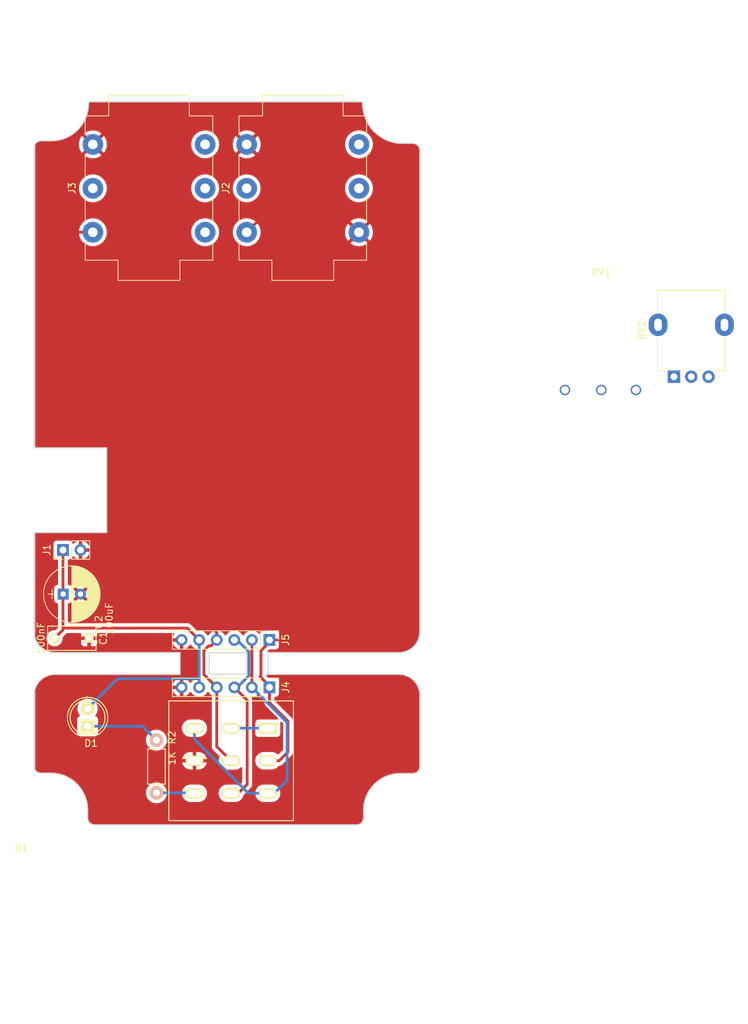
<source format=kicad_pcb>
(kicad_pcb (version 20221018) (generator pcbnew)
  (layers (0 "F.Cu" signal) (31 "B.Cu" signal) (34 "B.Paste" user) (35 "F.Paste" user) (36 "B.SilkS" user "B.Silkscreen") (37 "F.SilkS" user "F.Silkscreen") (38 "B.Mask" user) (39 "F.Mask" user) (44 "Edge.Cuts" user))
  (net 0 "")
  (net 1 "GND")
  (net 2 "+9V")
  (net 3 "Net-(D1-K)")
  (net 4 "O")
  (net 5 "I")
  (net 6 "Net-(SW1C-C)")
  (net 10 "Net-(SW1A-A)")
  (net 17 "EI")
  (net 21 "EO")
  (footprint "KiCad Lib:3PDT-Footswitch" (layer "F.Cu") (at 143.25 142.525 180)
    (fp_text reference "SW1" hide)
    (fp_text value "SW_3PDT" hide)
    (fp_line (start -9 -8.65) (end -9 8.65) (stroke (width 0.15)) (layer "F.SilkS"))
    (fp_line (start -9 -8.65) (end 9 -8.65) (stroke (width 0.15)) (layer "F.SilkS"))
    (fp_line (start 9 -8.65) (end 9 8.65) (stroke (width 0.15)) (layer "F.SilkS"))
    (fp_line (start 9 8.65) (end -8.9 8.65) (stroke (width 0.15)) (layer "F.SilkS"))
    (pad "1" thru_hole rect (at -5.3 4.7 180) (size 2.6 1.5) (drill oval 2.1 1) (layers "*.Cu" "*.Mask" "F.SilkS") (net 10 "Net-(SW1A-A)"))
    (pad "2" thru_hole oval (at 0 4.7 180) (size 2.6 1.5) (drill oval 2.1 1) (layers "*.Cu" "*.Mask" "F.SilkS") (net 10 "Net-(SW1A-A)"))
    (pad "3" thru_hole oval (at 5.3 4.7 180) (size 2.6 1.5) (drill oval 2.1 1) (layers "*.Cu" "*.Mask" "F.SilkS") (net 17 "EI"))
    (pad "4" thru_hole oval (at -5.3 0 180) (size 2.6 1.5) (drill oval 2.1 1) (layers "*.Cu" "*.Mask" "F.SilkS") (net 5 "I"))
    (pad "5" thru_hole oval (at 0 -0.025 180) (size 2.6 1.5) (drill oval 2.1 1) (layers "*.Cu" "*.Mask" "F.SilkS") (net 4 "O"))
    (pad "6" thru_hole oval (at 5.3 0 180) (size 2.6 1.5) (drill oval 2.1 1) (layers "*.Cu" "*.Mask" "F.SilkS") (net 1 "GND"))
    (pad "7" thru_hole oval (at -5.3 -4.7 180) (size 2.6 1.5) (drill oval 2.1 1) (layers "*.Cu" "*.Mask" "F.SilkS") (net 17 "EI"))
    (pad "8" thru_hole oval (at 0 -4.7 180) (size 2.6 1.5) (drill oval 2.1 1) (layers "*.Cu" "*.Mask" "F.SilkS") (net 21 "EO"))
    (pad "9" thru_hole oval (at 5.3 -4.7 180) (size 2.6 1.5) (drill oval 2.1 1) (layers "*.Cu" "*.Mask" "F.SilkS") (net 6 "Net-(SW1C-C)"))
  )
  (footprint "Connector_Audio:Jack_6.35mm_Neutrik_NMJ6HCD2_Horizontal" (layer "F.Cu") (at 123.26 66.15 90)
    (fp_text reference "J3" (at 6.35 -3 90) (layer "F.SilkS"))
    (fp_text value "NMJ6HCD2")
    (fp_line (start -6.95 3.645) (end -4.03 3.645) (stroke (width 0.12)) (layer "F.SilkS"))
    (fp_line (start -6.95 12.545) (end -6.95 3.645) (stroke (width 0.12)) (layer "F.SilkS"))
    (fp_line (start -6.95 12.585) (end -4.03 12.585) (stroke (width 0.12)) (layer "F.SilkS"))
    (fp_line (start -4.03 -1.105) (end -1.4 -1.105) (stroke (width 0.12)) (layer "F.SilkS"))
    (fp_line (start -4.03 3.645) (end -4.03 -1.105) (stroke (width 0.12)) (layer "F.SilkS"))
    (fp_line (start -4.03 17.335) (end -4.03 12.585) (stroke (width 0.12)) (layer "F.SilkS"))
    (fp_line (start -1.4 17.335) (end -4.03 17.335) (stroke (width 0.12)) (layer "F.SilkS"))
    (fp_line (start 1.4 -1.105) (end 5 -1.105) (stroke (width 0.12)) (layer "F.SilkS"))
    (fp_line (start 5 17.335) (end 1.4 17.335) (stroke (width 0.12)) (layer "F.SilkS"))
    (fp_line (start 7.7 -1.105) (end 11.3 -1.105) (stroke (width 0.12)) (layer "F.SilkS"))
    (fp_line (start 11.3 17.335) (end 7.7 17.335) (stroke (width 0.12)) (layer "F.SilkS"))
    (fp_line (start 16.82 -1.105) (end 14.1 -1.105) (stroke (width 0.12)) (layer "F.SilkS"))
    (fp_line (start 16.82 2.295) (end 16.82 -1.105) (stroke (width 0.12)) (layer "F.SilkS"))
    (fp_line (start 16.82 2.295) (end 19.82 2.295) (stroke (width 0.12)) (layer "F.SilkS"))
    (fp_line (start 16.82 13.935) (end 19.82 13.935) (stroke (width 0.12)) (layer "F.SilkS"))
    (fp_line (start 16.82 17.335) (end 14.1 17.335) (stroke (width 0.12)) (layer "F.SilkS"))
    (fp_line (start 16.82 17.335) (end 16.82 13.935) (stroke (width 0.12)) (layer "F.SilkS"))
    (fp_line (start 19.82 13.935) (end 19.82 2.295) (stroke (width 0.12)) (layer "F.SilkS"))
    (pad "R" thru_hole circle (at 6.35 0 90) (size 3 3) (drill 1.4) (layers "*.Cu" "*.Mask"))
    (pad "RN" thru_hole circle (at 6.35 16.23 90) (size 3 3) (drill 1.4) (layers "*.Cu" "*.Mask"))
    (pad "S" thru_hole circle (at 12.7 0 90) (size 3 3) (drill 1.4) (layers "*.Cu" "*.Mask") (net 1 "GND"))
    (pad "SN" thru_hole circle (at 12.7 16.23 90) (size 3 3) (drill 1.4) (layers "*.Cu" "*.Mask"))
    (pad "T" thru_hole circle (at 0 0 90) (size 3 3) (drill 1.4) (layers "*.Cu" "*.Mask") (net 4 "O"))
    (pad "TN" thru_hole circle (at 0 16.23 90) (size 3 3) (drill 1.4) (layers "*.Cu" "*.Mask"))
  )
  (footprint "Connector_PinHeader_2.54mm:PinHeader_1x02_P2.54mm_Vertical" (layer "F.Cu") (at 118.94 112.07 90)
    (fp_text reference "J1" (at 0 -2.33 90) (layer "F.SilkS"))
    (fp_text value "V+ GND")
    (fp_line (start -1.33 -1.33) (end 0 -1.33) (stroke (width 0.12)) (layer "F.SilkS"))
    (fp_line (start -1.33 0) (end -1.33 -1.33) (stroke (width 0.12)) (layer "F.SilkS"))
    (fp_line (start -1.33 1.27) (end -1.33 3.87) (stroke (width 0.12)) (layer "F.SilkS"))
    (fp_line (start -1.33 1.27) (end 1.33 1.27) (stroke (width 0.12)) (layer "F.SilkS"))
    (fp_line (start -1.33 3.87) (end 1.33 3.87) (stroke (width 0.12)) (layer "F.SilkS"))
    (fp_line (start 1.33 1.27) (end 1.33 3.87) (stroke (width 0.12)) (layer "F.SilkS"))
    (pad "1" thru_hole rect (at 0 0 90) (size 1.7 1.7) (drill 1) (layers "*.Cu" "*.Mask") (net 2 "+9V"))
    (pad "2" thru_hole oval (at 0 2.54 90) (size 1.7 1.7) (drill 1) (layers "*.Cu" "*.Mask") (net 1 "GND"))
  )
  (footprint "Capacitors_THT:CP_Radial_D8.0mm_P2.50mm" (layer "F.Cu") (at 118.97 118.44)
    (fp_text reference "C2" (at 5.15 4.05 90) (layer "F.SilkS"))
    (fp_text value "100uF" (at 6.65 3.55 90) (layer "F.SilkS"))
    (fp_line (start -2.2 0) (end -1 0) (stroke (width 0.12)) (layer "F.SilkS"))
    (fp_line (start -1.6 -0.65) (end -1.6 0.65) (stroke (width 0.12)) (layer "F.SilkS"))
    (fp_line (start 1.25 -4.05) (end 1.25 4.05) (stroke (width 0.12)) (layer "F.SilkS"))
    (fp_line (start 1.29 -4.05) (end 1.29 4.05) (stroke (width 0.12)) (layer "F.SilkS"))
    (fp_line (start 1.33 -4.05) (end 1.33 4.05) (stroke (width 0.12)) (layer "F.SilkS"))
    (fp_line (start 1.37 -4.049) (end 1.37 4.049) (stroke (width 0.12)) (layer "F.SilkS"))
    (fp_line (start 1.41 -4.047) (end 1.41 4.047) (stroke (width 0.12)) (layer "F.SilkS"))
    (fp_line (start 1.45 -4.046) (end 1.45 4.046) (stroke (width 0.12)) (layer "F.SilkS"))
    (fp_line (start 1.49 -4.043) (end 1.49 4.043) (stroke (width 0.12)) (layer "F.SilkS"))
    (fp_line (start 1.53 -4.041) (end 1.53 -0.98) (stroke (width 0.12)) (layer "F.SilkS"))
    (fp_line (start 1.53 0.98) (end 1.53 4.041) (stroke (width 0.12)) (layer "F.SilkS"))
    (fp_line (start 1.57 -4.038) (end 1.57 -0.98) (stroke (width 0.12)) (layer "F.SilkS"))
    (fp_line (start 1.57 0.98) (end 1.57 4.038) (stroke (width 0.12)) (layer "F.SilkS"))
    (fp_line (start 1.61 -4.035) (end 1.61 -0.98) (stroke (width 0.12)) (layer "F.SilkS"))
    (fp_line (start 1.61 0.98) (end 1.61 4.035) (stroke (width 0.12)) (layer "F.SilkS"))
    (fp_line (start 1.65 -4.031) (end 1.65 -0.98) (stroke (width 0.12)) (layer "F.SilkS"))
    (fp_line (start 1.65 0.98) (end 1.65 4.031) (stroke (width 0.12)) (layer "F.SilkS"))
    (fp_line (start 1.69 -4.027) (end 1.69 -0.98) (stroke (width 0.12)) (layer "F.SilkS"))
    (fp_line (start 1.69 0.98) (end 1.69 4.027) (stroke (width 0.12)) (layer "F.SilkS"))
    (fp_line (start 1.73 -4.022) (end 1.73 -0.98) (stroke (width 0.12)) (layer "F.SilkS"))
    (fp_line (start 1.73 0.98) (end 1.73 4.022) (stroke (width 0.12)) (layer "F.SilkS"))
    (fp_line (start 1.77 -4.017) (end 1.77 -0.98) (stroke (width 0.12)) (layer "F.SilkS"))
    (fp_line (start 1.77 0.98) (end 1.77 4.017) (stroke (width 0.12)) (layer "F.SilkS"))
    (fp_line (start 1.81 -4.012) (end 1.81 -0.98) (stroke (width 0.12)) (layer "F.SilkS"))
    (fp_line (start 1.81 0.98) (end 1.81 4.012) (stroke (width 0.12)) (layer "F.SilkS"))
    (fp_line (start 1.85 -4.006) (end 1.85 -0.98) (stroke (width 0.12)) (layer "F.SilkS"))
    (fp_line (start 1.85 0.98) (end 1.85 4.006) (stroke (width 0.12)) (layer "F.SilkS"))
    (fp_line (start 1.89 -4) (end 1.89 -0.98) (stroke (width 0.12)) (layer "F.SilkS"))
    (fp_line (start 1.89 0.98) (end 1.89 4) (stroke (width 0.12)) (layer "F.SilkS"))
    (fp_line (start 1.93 -3.994) (end 1.93 -0.98) (stroke (width 0.12)) (layer "F.SilkS"))
    (fp_line (start 1.93 0.98) (end 1.93 3.994) (stroke (width 0.12)) (layer "F.SilkS"))
    (fp_line (start 1.971 -3.987) (end 1.971 -0.98) (stroke (width 0.12)) (layer "F.SilkS"))
    (fp_line (start 1.971 0.98) (end 1.971 3.987) (stroke (width 0.12)) (layer "F.SilkS"))
    (fp_line (start 2.011 -3.979) (end 2.011 -0.98) (stroke (width 0.12)) (layer "F.SilkS"))
    (fp_line (start 2.011 0.98) (end 2.011 3.979) (stroke (width 0.12)) (layer "F.SilkS"))
    (fp_line (start 2.051 -3.971) (end 2.051 -0.98) (stroke (width 0.12)) (layer "F.SilkS"))
    (fp_line (start 2.051 0.98) (end 2.051 3.971) (stroke (width 0.12)) (layer "F.SilkS"))
    (fp_line (start 2.091 -3.963) (end 2.091 -0.98) (stroke (width 0.12)) (layer "F.SilkS"))
    (fp_line (start 2.091 0.98) (end 2.091 3.963) (stroke (width 0.12)) (layer "F.SilkS"))
    (fp_line (start 2.131 -3.955) (end 2.131 -0.98) (stroke (width 0.12)) (layer "F.SilkS"))
    (fp_line (start 2.131 0.98) (end 2.131 3.955) (stroke (width 0.12)) (layer "F.SilkS"))
    (fp_line (start 2.171 -3.946) (end 2.171 -0.98) (stroke (width 0.12)) (layer "F.SilkS"))
    (fp_line (start 2.171 0.98) (end 2.171 3.946) (stroke (width 0.12)) (layer "F.SilkS"))
    (fp_line (start 2.211 -3.936) (end 2.211 -0.98) (stroke (width 0.12)) (layer "F.SilkS"))
    (fp_line (start 2.211 0.98) (end 2.211 3.936) (stroke (width 0.12)) (layer "F.SilkS"))
    (fp_line (start 2.251 -3.926) (end 2.251 -0.98) (stroke (width 0.12)) (layer "F.SilkS"))
    (fp_line (start 2.251 0.98) (end 2.251 3.926) (stroke (width 0.12)) (layer "F.SilkS"))
    (fp_line (start 2.291 -3.916) (end 2.291 -0.98) (stroke (width 0.12)) (layer "F.SilkS"))
    (fp_line (start 2.291 0.98) (end 2.291 3.916) (stroke (width 0.12)) (layer "F.SilkS"))
    (fp_line (start 2.331 -3.905) (end 2.331 -0.98) (stroke (width 0.12)) (layer "F.SilkS"))
    (fp_line (start 2.331 0.98) (end 2.331 3.905) (stroke (width 0.12)) (layer "F.SilkS"))
    (fp_line (start 2.371 -3.894) (end 2.371 -0.98) (stroke (width 0.12)) (layer "F.SilkS"))
    (fp_line (start 2.371 0.98) (end 2.371 3.894) (stroke (width 0.12)) (layer "F.SilkS"))
    (fp_line (start 2.411 -3.883) (end 2.411 -0.98) (stroke (width 0.12)) (layer "F.SilkS"))
    (fp_line (start 2.411 0.98) (end 2.411 3.883) (stroke (width 0.12)) (layer "F.SilkS"))
    (fp_line (start 2.451 -3.87) (end 2.451 -0.98) (stroke (width 0.12)) (layer "F.SilkS"))
    (fp_line (start 2.451 0.98) (end 2.451 3.87) (stroke (width 0.12)) (layer "F.SilkS"))
    (fp_line (start 2.491 -3.858) (end 2.491 -0.98) (stroke (width 0.12)) (layer "F.SilkS"))
    (fp_line (start 2.491 0.98) (end 2.491 3.858) (stroke (width 0.12)) (layer "F.SilkS"))
    (fp_line (start 2.531 -3.845) (end 2.531 -0.98) (stroke (width 0.12)) (layer "F.SilkS"))
    (fp_line (start 2.531 0.98) (end 2.531 3.845) (stroke (width 0.12)) (layer "F.SilkS"))
    (fp_line (start 2.571 -3.832) (end 2.571 -0.98) (stroke (width 0.12)) (layer "F.SilkS"))
    (fp_line (start 2.571 0.98) (end 2.571 3.832) (stroke (width 0.12)) (layer "F.SilkS"))
    (fp_line (start 2.611 -3.818) (end 2.611 -0.98) (stroke (width 0.12)) (layer "F.SilkS"))
    (fp_line (start 2.611 0.98) (end 2.611 3.818) (stroke (width 0.12)) (layer "F.SilkS"))
    (fp_line (start 2.651 -3.803) (end 2.651 -0.98) (stroke (width 0.12)) (layer "F.SilkS"))
    (fp_line (start 2.651 0.98) (end 2.651 3.803) (stroke (width 0.12)) (layer "F.SilkS"))
    (fp_line (start 2.691 -3.789) (end 2.691 -0.98) (stroke (width 0.12)) (layer "F.SilkS"))
    (fp_line (start 2.691 0.98) (end 2.691 3.789) (stroke (width 0.12)) (layer "F.SilkS"))
    (fp_line (start 2.731 -3.773) (end 2.731 -0.98) (stroke (width 0.12)) (layer "F.SilkS"))
    (fp_line (start 2.731 0.98) (end 2.731 3.773) (stroke (width 0.12)) (layer "F.SilkS"))
    (fp_line (start 2.771 -3.758) (end 2.771 -0.98) (stroke (width 0.12)) (layer "F.SilkS"))
    (fp_line (start 2.771 0.98) (end 2.771 3.758) (stroke (width 0.12)) (layer "F.SilkS"))
    (fp_line (start 2.811 -3.741) (end 2.811 -0.98) (stroke (width 0.12)) (layer "F.SilkS"))
    (fp_line (start 2.811 0.98) (end 2.811 3.741) (stroke (width 0.12)) (layer "F.SilkS"))
    (fp_line (start 2.851 -3.725) (end 2.851 -0.98) (stroke (width 0.12)) (layer "F.SilkS"))
    (fp_line (start 2.851 0.98) (end 2.851 3.725) (stroke (width 0.12)) (layer "F.SilkS"))
    (fp_line (start 2.891 -3.707) (end 2.891 -0.98) (stroke (width 0.12)) (layer "F.SilkS"))
    (fp_line (start 2.891 0.98) (end 2.891 3.707) (stroke (width 0.12)) (layer "F.SilkS"))
    (fp_line (start 2.931 -3.69) (end 2.931 -0.98) (stroke (width 0.12)) (layer "F.SilkS"))
    (fp_line (start 2.931 0.98) (end 2.931 3.69) (stroke (width 0.12)) (layer "F.SilkS"))
    (fp_line (start 2.971 -3.671) (end 2.971 -0.98) (stroke (width 0.12)) (layer "F.SilkS"))
    (fp_line (start 2.971 0.98) (end 2.971 3.671) (stroke (width 0.12)) (layer "F.SilkS"))
    (fp_line (start 3.011 -3.652) (end 3.011 -0.98) (stroke (width 0.12)) (layer "F.SilkS"))
    (fp_line (start 3.011 0.98) (end 3.011 3.652) (stroke (width 0.12)) (layer "F.SilkS"))
    (fp_line (start 3.051 -3.633) (end 3.051 -0.98) (stroke (width 0.12)) (layer "F.SilkS"))
    (fp_line (start 3.051 0.98) (end 3.051 3.633) (stroke (width 0.12)) (layer "F.SilkS"))
    (fp_line (start 3.091 -3.613) (end 3.091 -0.98) (stroke (width 0.12)) (layer "F.SilkS"))
    (fp_line (start 3.091 0.98) (end 3.091 3.613) (stroke (width 0.12)) (layer "F.SilkS"))
    (fp_line (start 3.131 -3.593) (end 3.131 -0.98) (stroke (width 0.12)) (layer "F.SilkS"))
    (fp_line (start 3.131 0.98) (end 3.131 3.593) (stroke (width 0.12)) (layer "F.SilkS"))
    (fp_line (start 3.171 -3.572) (end 3.171 -0.98) (stroke (width 0.12)) (layer "F.SilkS"))
    (fp_line (start 3.171 0.98) (end 3.171 3.572) (stroke (width 0.12)) (layer "F.SilkS"))
    (fp_line (start 3.211 -3.55) (end 3.211 -0.98) (stroke (width 0.12)) (layer "F.SilkS"))
    (fp_line (start 3.211 0.98) (end 3.211 3.55) (stroke (width 0.12)) (layer "F.SilkS"))
    (fp_line (start 3.251 -3.528) (end 3.251 -0.98) (stroke (width 0.12)) (layer "F.SilkS"))
    (fp_line (start 3.251 0.98) (end 3.251 3.528) (stroke (width 0.12)) (layer "F.SilkS"))
    (fp_line (start 3.291 -3.505) (end 3.291 -0.98) (stroke (width 0.12)) (layer "F.SilkS"))
    (fp_line (start 3.291 0.98) (end 3.291 3.505) (stroke (width 0.12)) (layer "F.SilkS"))
    (fp_line (start 3.331 -3.482) (end 3.331 -0.98) (stroke (width 0.12)) (layer "F.SilkS"))
    (fp_line (start 3.331 0.98) (end 3.331 3.482) (stroke (width 0.12)) (layer "F.SilkS"))
    (fp_line (start 3.371 -3.458) (end 3.371 -0.98) (stroke (width 0.12)) (layer "F.SilkS"))
    (fp_line (start 3.371 0.98) (end 3.371 3.458) (stroke (width 0.12)) (layer "F.SilkS"))
    (fp_line (start 3.411 -3.434) (end 3.411 -0.98) (stroke (width 0.12)) (layer "F.SilkS"))
    (fp_line (start 3.411 0.98) (end 3.411 3.434) (stroke (width 0.12)) (layer "F.SilkS"))
    (fp_line (start 3.451 -3.408) (end 3.451 -0.98) (stroke (width 0.12)) (layer "F.SilkS"))
    (fp_line (start 3.451 0.98) (end 3.451 3.408) (stroke (width 0.12)) (layer "F.SilkS"))
    (fp_line (start 3.491 -3.383) (end 3.491 3.383) (stroke (width 0.12)) (layer "F.SilkS"))
    (fp_line (start 3.531 -3.356) (end 3.531 3.356) (stroke (width 0.12)) (layer "F.SilkS"))
    (fp_line (start 3.571 -3.329) (end 3.571 3.329) (stroke (width 0.12)) (layer "F.SilkS"))
    (fp_line (start 3.611 -3.301) (end 3.611 3.301) (stroke (width 0.12)) (layer "F.SilkS"))
    (fp_line (start 3.651 -3.272) (end 3.651 3.272) (stroke (width 0.12)) (layer "F.SilkS"))
    (fp_line (start 3.691 -3.243) (end 3.691 3.243) (stroke (width 0.12)) (layer "F.SilkS"))
    (fp_line (start 3.731 -3.213) (end 3.731 3.213) (stroke (width 0.12)) (layer "F.SilkS"))
    (fp_line (start 3.771 -3.182) (end 3.771 3.182) (stroke (width 0.12)) (layer "F.SilkS"))
    (fp_line (start 3.811 -3.15) (end 3.811 3.15) (stroke (width 0.12)) (layer "F.SilkS"))
    (fp_line (start 3.851 -3.118) (end 3.851 3.118) (stroke (width 0.12)) (layer "F.SilkS"))
    (fp_line (start 3.891 -3.084) (end 3.891 3.084) (stroke (width 0.12)) (layer "F.SilkS"))
    (fp_line (start 3.931 -3.05) (end 3.931 3.05) (stroke (width 0.12)) (layer "F.SilkS"))
    (fp_line (start 3.971 -3.015) (end 3.971 3.015) (stroke (width 0.12)) (layer "F.SilkS"))
    (fp_line (start 4.011 -2.979) (end 4.011 2.979) (stroke (width 0.12)) (layer "F.SilkS"))
    (fp_line (start 4.051 -2.942) (end 4.051 2.942) (stroke (width 0.12)) (layer "F.SilkS"))
    (fp_line (start 4.091 -2.904) (end 4.091 2.904) (stroke (width 0.12)) (layer "F.SilkS"))
    (fp_line (start 4.131 -2.865) (end 4.131 2.865) (stroke (width 0.12)) (layer "F.SilkS"))
    (fp_line (start 4.171 -2.824) (end 4.171 2.824) (stroke (width 0.12)) (layer "F.SilkS"))
    (fp_line (start 4.211 -2.783) (end 4.211 2.783) (stroke (width 0.12)) (layer "F.SilkS"))
    (fp_line (start 4.251 -2.74) (end 4.251 2.74) (stroke (width 0.12)) (layer "F.SilkS"))
    (fp_line (start 4.291 -2.697) (end 4.291 2.697) (stroke (width 0.12)) (layer "F.SilkS"))
    (fp_line (start 4.331 -2.652) (end 4.331 2.652) (stroke (width 0.12)) (layer "F.SilkS"))
    (fp_line (start 4.371 -2.605) (end 4.371 2.605) (stroke (width 0.12)) (layer "F.SilkS"))
    (fp_line (start 4.411 -2.557) (end 4.411 2.557) (stroke (width 0.12)) (layer "F.SilkS"))
    (fp_line (start 4.451 -2.508) (end 4.451 2.508) (stroke (width 0.12)) (layer "F.SilkS"))
    (fp_line (start 4.491 -2.457) (end 4.491 2.457) (stroke (width 0.12)) (layer "F.SilkS"))
    (fp_line (start 4.531 -2.404) (end 4.531 2.404) (stroke (width 0.12)) (layer "F.SilkS"))
    (fp_line (start 4.571 -2.349) (end 4.571 2.349) (stroke (width 0.12)) (layer "F.SilkS"))
    (fp_line (start 4.611 -2.293) (end 4.611 2.293) (stroke (width 0.12)) (layer "F.SilkS"))
    (fp_line (start 4.651 -2.234) (end 4.651 2.234) (stroke (width 0.12)) (layer "F.SilkS"))
    (fp_line (start 4.691 -2.173) (end 4.691 2.173) (stroke (width 0.12)) (layer "F.SilkS"))
    (fp_line (start 4.731 -2.109) (end 4.731 2.109) (stroke (width 0.12)) (layer "F.SilkS"))
    (fp_line (start 4.771 -2.043) (end 4.771 2.043) (stroke (width 0.12)) (layer "F.SilkS"))
    (fp_line (start 4.811 -1.974) (end 4.811 1.974) (stroke (width 0.12)) (layer "F.SilkS"))
    (fp_line (start 4.851 -1.902) (end 4.851 1.902) (stroke (width 0.12)) (layer "F.SilkS"))
    (fp_line (start 4.891 -1.826) (end 4.891 1.826) (stroke (width 0.12)) (layer "F.SilkS"))
    (fp_line (start 4.931 -1.745) (end 4.931 1.745) (stroke (width 0.12)) (layer "F.SilkS"))
    (fp_line (start 4.971 -1.66) (end 4.971 1.66) (stroke (width 0.12)) (layer "F.SilkS"))
    (fp_line (start 5.011 -1.57) (end 5.011 1.57) (stroke (width 0.12)) (layer "F.SilkS"))
    (fp_line (start 5.051 -1.473) (end 5.051 1.473) (stroke (width 0.12)) (layer "F.SilkS"))
    (fp_line (start 5.091 -1.369) (end 5.091 1.369) (stroke (width 0.12)) (layer "F.SilkS"))
    (fp_line (start 5.131 -1.254) (end 5.131 1.254) (stroke (width 0.12)) (layer "F.SilkS"))
    (fp_line (start 5.171 -1.127) (end 5.171 1.127) (stroke (width 0.12)) (layer "F.SilkS"))
    (fp_line (start 5.211 -0.983) (end 5.211 0.983) (stroke (width 0.12)) (layer "F.SilkS"))
    (fp_line (start 5.251 -0.814) (end 5.251 0.814) (stroke (width 0.12)) (layer "F.SilkS"))
    (fp_line (start 5.291 -0.598) (end 5.291 0.598) (stroke (width 0.12)) (layer "F.SilkS"))
    (fp_line (start 5.331 -0.246) (end 5.331 0.246) (stroke (width 0.12)) (layer "F.SilkS"))
    (fp_circle (center 1.25 0) (end 5.34 0) (stroke (width 0.12)) (fill none) (layer "F.SilkS"))
    (pad "1" thru_hole rect (at 0 0) (size 1.6 1.6) (drill 0.8) (layers "*.Cu" "*.Mask") (net 2 "+9V"))
    (pad "2" thru_hole circle (at 2.5 0) (size 1.6 1.6) (drill 0.8) (layers "*.Cu" "*.Mask") (net 1 "GND"))
  )
  (footprint "LEDs:LED-5MM" (layer "F.Cu") (at 122.5 137.54 90)
    (fp_text reference "D1" (at -2.46 0.5) (layer "F.SilkS"))
    (fp_text value "LED" hide)
    (fp_line (start -1.23 1.5) (end -1.23 -1.5) (stroke (width 0.15)) (layer "F.SilkS"))
    (fp_arc (start -1.23 -1.5) (mid 4.18544 -0.014565) (end -1.214888 1.524904) (stroke (width 0.15)) (layer "F.SilkS"))
    (fp_circle (center 1.27 0) (end 0.97 -2.5) (stroke (width 0.15)) (fill none) (layer "F.SilkS"))
    (pad "1" thru_hole rect (at 0 0 180) (size 2 1.9) (drill 1.00076) (layers "*.Cu" "*.Mask" "F.SilkS") (net 3 "Net-(D1-K)"))
    (pad "2" thru_hole circle (at 2.54 0 90) (size 1.9 1.9) (drill 1.00076) (layers "*.Cu" "*.Mask" "F.SilkS") (net 2 "+9V"))
  )
  (footprint "Resistors_ThroughHole:Resistor_Horizontal_RM7mm" (layer "F.Cu") (at 132.45 139.55 -90)
    (fp_text reference "R2" (at -0.38 -2.25 90) (layer "F.SilkS"))
    (fp_text value "1K" (at 2.62 -2.25 90) (layer "F.SilkS"))
    (fp_line (start 1.27 -1.27) (end 6.35 -1.27) (stroke (width 0.15)) (layer "F.SilkS"))
    (fp_line (start 1.27 1.27) (end 1.27 -1.27) (stroke (width 0.15)) (layer "F.SilkS"))
    (fp_line (start 6.35 -1.27) (end 6.35 1.27) (stroke (width 0.15)) (layer "F.SilkS"))
    (fp_line (start 6.35 1.27) (end 1.27 1.27) (stroke (width 0.15)) (layer "F.SilkS"))
    (pad "1" thru_hole circle (at 0 0 270) (size 1.99898 1.99898) (drill 1.00076) (layers "*.Cu" "*.SilkS" "*.Mask") (net 3 "Net-(D1-K)"))
    (pad "2" thru_hole circle (at 7.62 0 270) (size 1.99898 1.99898) (drill 1.00076) (layers "*.Cu" "*.SilkS" "*.Mask") (net 6 "Net-(SW1C-C)"))
  )
  (footprint "Capacitors_ThroughHole:C_Rect_L7_W3.5_P5" (layer "F.Cu") (at 122.72 124.82 180)
    (fp_text reference "C1" (at -2.05 0 90) (layer "F.SilkS"))
    (fp_text value "100nF" (at 6.95 0 90) (layer "F.SilkS"))
    (fp_line (start -1 -1.75) (end 6 -1.75) (stroke (width 0.15)) (layer "F.SilkS"))
    (fp_line (start -1 1.75) (end -1 -1.75) (stroke (width 0.15)) (layer "F.SilkS"))
    (fp_line (start 6 -1.75) (end 6 1.75) (stroke (width 0.15)) (layer "F.SilkS"))
    (fp_line (start 6 1.75) (end -1 1.75) (stroke (width 0.15)) (layer "F.SilkS"))
    (pad "1" thru_hole rect (at 0 0 180) (size 1.3 1.3) (drill 0.8) (layers "*.Cu" "*.Mask" "F.SilkS") (net 1 "GND"))
    (pad "2" thru_hole circle (at 5 0 180) (size 1.3 1.3) (drill 0.8) (layers "*.Cu" "*.Mask" "F.SilkS") (net 2 "+9V"))
  )
  (footprint "Connector_Audio:Jack_6.35mm_Neutrik_NMJ6HCD2_Horizontal" (layer "F.Cu") (at 145.495 66.15 90)
    (fp_text reference "J2" (at 6.35 -3 90) (layer "F.SilkS"))
    (fp_text value "NMJ6HCD2")
    (fp_line (start -6.95 3.645) (end -4.03 3.645) (stroke (width 0.12)) (layer "F.SilkS"))
    (fp_line (start -6.95 12.545) (end -6.95 3.645) (stroke (width 0.12)) (layer "F.SilkS"))
    (fp_line (start -6.95 12.585) (end -4.03 12.585) (stroke (width 0.12)) (layer "F.SilkS"))
    (fp_line (start -4.03 -1.105) (end -1.4 -1.105) (stroke (width 0.12)) (layer "F.SilkS"))
    (fp_line (start -4.03 3.645) (end -4.03 -1.105) (stroke (width 0.12)) (layer "F.SilkS"))
    (fp_line (start -4.03 17.335) (end -4.03 12.585) (stroke (width 0.12)) (layer "F.SilkS"))
    (fp_line (start -1.4 17.335) (end -4.03 17.335) (stroke (width 0.12)) (layer "F.SilkS"))
    (fp_line (start 1.4 -1.105) (end 5 -1.105) (stroke (width 0.12)) (layer "F.SilkS"))
    (fp_line (start 5 17.335) (end 1.4 17.335) (stroke (width 0.12)) (layer "F.SilkS"))
    (fp_line (start 7.7 -1.105) (end 11.3 -1.105) (stroke (width 0.12)) (layer "F.SilkS"))
    (fp_line (start 11.3 17.335) (end 7.7 17.335) (stroke (width 0.12)) (layer "F.SilkS"))
    (fp_line (start 16.82 -1.105) (end 14.1 -1.105) (stroke (width 0.12)) (layer "F.SilkS"))
    (fp_line (start 16.82 2.295) (end 16.82 -1.105) (stroke (width 0.12)) (layer "F.SilkS"))
    (fp_line (start 16.82 2.295) (end 19.82 2.295) (stroke (width 0.12)) (layer "F.SilkS"))
    (fp_line (start 16.82 13.935) (end 19.82 13.935) (stroke (width 0.12)) (layer "F.SilkS"))
    (fp_line (start 16.82 17.335) (end 14.1 17.335) (stroke (width 0.12)) (layer "F.SilkS"))
    (fp_line (start 16.82 17.335) (end 16.82 13.935) (stroke (width 0.12)) (layer "F.SilkS"))
    (fp_line (start 19.82 13.935) (end 19.82 2.295) (stroke (width 0.12)) (layer "F.SilkS"))
    (pad "R" thru_hole circle (at 6.35 0 90) (size 3 3) (drill 1.4) (layers "*.Cu" "*.Mask"))
    (pad "RN" thru_hole circle (at 6.35 16.23 90) (size 3 3) (drill 1.4) (layers "*.Cu" "*.Mask"))
    (pad "S" thru_hole circle (at 12.7 0 90) (size 3 3) (drill 1.4) (layers "*.Cu" "*.Mask") (net 1 "GND"))
    (pad "SN" thru_hole circle (at 12.7 16.23 90) (size 3 3) (drill 1.4) (layers "*.Cu" "*.Mask"))
    (pad "T" thru_hole circle (at 0 0 90) (size 3 3) (drill 1.4) (layers "*.Cu" "*.Mask") (net 5 "I"))
    (pad "TN" thru_hole circle (at 0 16.23 90) (size 3 3) (drill 1.4) (layers "*.Cu" "*.Mask") (net 1 "GND"))
  )
  (footprint "Potentiometer_THT:Potentiometer_Alpha_RD901F-40-00D_Single_Vertical" (layer "F.Cu") (at 207.26 87.025 90)
    (fp_text reference "RV2" (at 6.71 -4.64 90) (layer "F.SilkS"))
    (fp_text value "ALPHA-9MM")
    (fp_line (start 0.88 -2.38) (end 5.6 -2.38) (stroke (width 0.12)) (layer "F.SilkS"))
    (fp_line (start 0.88 -1.19) (end 0.88 -2.37) (stroke (width 0.12)) (layer "F.SilkS"))
    (fp_line (start 0.88 1.71) (end 0.88 1.18) (stroke (width 0.12)) (layer "F.SilkS"))
    (fp_line (start 0.88 4.16) (end 0.88 3.33) (stroke (width 0.12)) (layer "F.SilkS"))
    (fp_line (start 0.88 7.37) (end 0.88 5.88) (stroke (width 0.12)) (layer "F.SilkS"))
    (fp_line (start 0.88 7.37) (end 5.6 7.37) (stroke (width 0.12)) (layer "F.SilkS"))
    (fp_line (start 9.41 -2.37) (end 12.47 -2.37) (stroke (width 0.12)) (layer "F.SilkS"))
    (fp_line (start 9.41 7.37) (end 12.47 7.37) (stroke (width 0.12)) (layer "F.SilkS"))
    (fp_line (start 12.47 7.37) (end 12.47 -2.37) (stroke (width 0.12)) (layer "F.SilkS"))
    (pad "" thru_hole oval (at 7.5 -2.3 180) (size 2.72 3.24) (drill oval 1.1 1.8) (layers "*.Cu" "*.Mask"))
    (pad "" thru_hole oval (at 7.5 7.3 180) (size 2.72 3.24) (drill oval 1.1 1.8) (layers "*.Cu" "*.Mask"))
    (pad "1" thru_hole rect (at 0 0 180) (size 1.8 1.8) (drill 1) (layers "*.Cu" "*.Mask"))
    (pad "2" thru_hole circle (at 0 2.5 180) (size 1.8 1.8) (drill 1) (layers "*.Cu" "*.Mask"))
    (pad "3" thru_hole circle (at 0 5 180) (size 1.8 1.8) (drill 1) (layers "*.Cu" "*.Mask"))
  )
  (footprint "Connector_PinHeader_2.54mm:PinHeader_1x06_P2.54mm_Vertical" (layer "F.Cu") (at 148.79 131.92 -90)
    (fp_text reference "J4" (at 0 -2.33 90) (layer "F.SilkS"))
    (fp_text value "Conn_01x06")
    (fp_line (start -1.33 -1.33) (end 0 -1.33) (stroke (width 0.12)) (layer "F.SilkS"))
    (fp_line (start -1.33 0) (end -1.33 -1.33) (stroke (width 0.12)) (layer "F.SilkS"))
    (fp_line (start -1.33 1.27) (end -1.33 14.03) (stroke (width 0.12)) (layer "F.SilkS"))
    (fp_line (start -1.33 1.27) (end 1.33 1.27) (stroke (width 0.12)) (layer "F.SilkS"))
    (fp_line (start -1.33 14.03) (end 1.33 14.03) (stroke (width 0.12)) (layer "F.SilkS"))
    (fp_line (start 1.33 1.27) (end 1.33 14.03) (stroke (width 0.12)) (layer "F.SilkS"))
    (pad "1" thru_hole rect (at 0 0 270) (size 1.7 1.7) (drill 1) (layers "*.Cu" "*.Mask") (net 5 "I"))
    (pad "2" thru_hole oval (at 0 2.54 270) (size 1.7 1.7) (drill 1) (layers "*.Cu" "*.Mask") (net 17 "EI"))
    (pad "3" thru_hole oval (at 0 5.08 270) (size 1.7 1.7) (drill 1) (layers "*.Cu" "*.Mask") (net 21 "EO"))
    (pad "4" thru_hole oval (at 0 7.62 270) (size 1.7 1.7) (drill 1) (layers "*.Cu" "*.Mask") (net 4 "O"))
    (pad "5" thru_hole oval (at 0 10.16 270) (size 1.7 1.7) (drill 1) (layers "*.Cu" "*.Mask") (net 2 "+9V"))
    (pad "6" thru_hole oval (at 0 12.7 270) (size 1.7 1.7) (drill 1) (layers "*.Cu" "*.Mask") (net 1 "GND"))
  )
  (footprint "Pedal-Components:Potentiometer_ALPHA_RV16106N" (layer "F.Cu") (at 196.76 72.445832)
    (fp_text reference "RV1" (at 0 -0.5 unlocked) (layer "F.SilkS"))
    (fp_text value "ALPHA-16mm")
    (pad "1" thru_hole circle (at -5.25 16.5) (size 1.524 1.524) (drill 1.1) (layers "*.Cu" "*.Mask"))
    (pad "2" thru_hole circle (at 0 16.5) (size 1.524 1.524) (drill 1.1) (layers "*.Cu" "*.Mask"))
    (pad "3" thru_hole circle (at 5 16.5) (size 1.524 1.524) (drill 1.1) (layers "*.Cu" "*.Mask"))
  )
  (footprint "Connector_PinHeader_2.54mm:PinHeader_1x06_P2.54mm_Vertical" (layer "F.Cu") (at 148.79 125.07 -90)
    (fp_text reference "J5" (at 0 -2.33 90) (layer "F.SilkS"))
    (fp_text value "Conn_01x06")
    (fp_line (start -1.33 -1.33) (end 0 -1.33) (stroke (width 0.12)) (layer "F.SilkS"))
    (fp_line (start -1.33 0) (end -1.33 -1.33) (stroke (width 0.12)) (layer "F.SilkS"))
    (fp_line (start -1.33 1.27) (end -1.33 14.03) (stroke (width 0.12)) (layer "F.SilkS"))
    (fp_line (start -1.33 1.27) (end 1.33 1.27) (stroke (width 0.12)) (layer "F.SilkS"))
    (fp_line (start -1.33 14.03) (end 1.33 14.03) (stroke (width 0.12)) (layer "F.SilkS"))
    (fp_line (start 1.33 1.27) (end 1.33 14.03) (stroke (width 0.12)) (layer "F.SilkS"))
    (pad "1" thru_hole rect (at 0 0 270) (size 1.7 1.7) (drill 1) (layers "*.Cu" "*.Mask") (net 5 "I"))
    (pad "2" thru_hole oval (at 0 2.54 270) (size 1.7 1.7) (drill 1) (layers "*.Cu" "*.Mask") (net 17 "EI"))
    (pad "3" thru_hole oval (at 0 5.08 270) (size 1.7 1.7) (drill 1) (layers "*.Cu" "*.Mask") (net 21 "EO"))
    (pad "4" thru_hole oval (at 0 7.62 270) (size 1.7 1.7) (drill 1) (layers "*.Cu" "*.Mask") (net 4 "O"))
    (pad "5" thru_hole oval (at 0 10.16 270) (size 1.7 1.7) (drill 1) (layers "*.Cu" "*.Mask") (net 2 "+9V"))
    (pad "6" thru_hole oval (at 0 12.7 270) (size 1.7 1.7) (drill 1) (layers "*.Cu" "*.Mask") (net 1 "GND"))
  )
  (footprint "Pedal-Components:1590B" (layer "F.Cu") (at 112.94 154.659085)
    (fp_text reference "N1" (at 0 0.5) (layer "F.SilkS"))
    (fp_text value "Housing")
  )
  (gr_line (start 125.26 109.55) (end 125.26 97.3) (stroke (width 0.15)) (layer "Edge.Cuts"))
  (gr_line (start 135.87 130.05) (end 117.77 130.05) (stroke (width 0.15)) (layer "Edge.Cuts"))
  (gr_line (start 167.71 144.359916) (end 169.52 144.359916) (stroke (width 0.15)) (layer "Edge.Cuts"))
  (gr_line (start 167.52 126.89) (end 148.57 126.89) (stroke (width 0.15)) (layer "Edge.Cuts"))
  (gr_arc (start 170.52 143.359916) (mid 170.227101 144.067012) (end 169.52 144.359916) (stroke (width 0.15)) (layer "Edge.Cuts"))
  (gr_line (start 114.779594 123.890406) (end 114.779594 109.55) (stroke (width 0.15)) (layer "Edge.Cuts"))
  (gr_line (start 117.19 144.309766) (end 115.77 144.309766) (stroke (width 0.15)) (layer "Edge.Cuts"))
  (gr_line (start 168.01 53.305432) (end 169.52 53.305432) (stroke (width 0.15)) (layer "Edge.Cuts"))
  (gr_line (start 114.77 143.309766) (end 114.77 133.05) (stroke (width 0.15)) (layer "Edge.Cuts"))
  (gr_arc (start 169.52 53.305432) (mid 170.227095 53.598327) (end 170.52 54.305432) (stroke (width 0.15)) (layer "Edge.Cuts"))
  (gr_arc (start 114.78 53.93081) (mid 115.07289 53.223697) (end 115.78 52.93081) (stroke (width 0.15)) (layer "Edge.Cuts"))
  (gr_arc (start 122.634999 47.3) (mid 121.152192 51.265368) (end 117.26 52.93081) (stroke (width 0.15)) (layer "Edge.Cuts"))
  (gr_arc (start 117.779594 126.89) (mid 115.658417 126.011464) (end 114.779594 123.890406) (stroke (width 0.15)) (layer "Edge.Cuts"))
  (gr_arc (start 168.01 53.305432) (mid 163.852846 51.530335) (end 162.26 47.3) (stroke (width 0.15)) (layer "Edge.Cuts"))
  (gr_line (start 170.52 143.359916) (end 170.52 133.04) (stroke (width 0.15)) (layer "Edge.Cuts"))
  (gr_arc (start 170.52 123.89) (mid 169.64132 126.01132) (end 167.52 126.89) (stroke (width 0.15)) (layer "Edge.Cuts"))
  (gr_line (start 123.510234 151.78) (end 161.39 151.78) (stroke (width 0.15)) (layer "Edge.Cuts"))
  (gr_line (start 135.87 126.89) (end 117.779594 126.89) (stroke (width 0.15)) (layer "Edge.Cuts"))
  (gr_line (start 135.87 126.89) (end 135.87 130.05) (stroke (width 0.15)) (layer "Edge.Cuts"))
  (gr_line (start 125.26 97.3) (end 114.78 97.3) (stroke (width 0.15)) (layer "Edge.Cuts"))
  (gr_rect (start 140.08 126.9) (end 145.54 130.03) (stroke (width 0.15)) (fill none) (layer "Edge.Cuts"))
  (gr_line (start 122.510234 149.63) (end 122.510234 150.78) (stroke (width 0.15)) (layer "Edge.Cuts"))
  (gr_line (start 148.57 126.89) (end 148.57 130.04) (stroke (width 0.15)) (layer "Edge.Cuts"))
  (gr_line (start 114.78 54.59) (end 114.78 97.3) (stroke (width 0.15)) (layer "Edge.Cuts"))
  (gr_arc (start 162.389916 149.68) (mid 163.948133 145.918133) (end 167.71 144.359916) (stroke (width 0.15)) (layer "Edge.Cuts"))
  (gr_arc (start 123.510234 151.78) (mid 122.803127 151.487107) (end 122.510234 150.78) (stroke (width 0.15)) (layer "Edge.Cuts"))
  (gr_arc (start 167.52 130.04) (mid 169.64132 130.91868) (end 170.52 133.04) (stroke (width 0.15)) (layer "Edge.Cuts"))
  (gr_arc (start 117.19 144.309766) (mid 120.951974 145.868026) (end 122.510234 149.63) (stroke (width 0.15)) (layer "Edge.Cuts"))
  (gr_line (start 148.57 130.04) (end 167.52 130.04) (stroke (width 0.15)) (layer "Edge.Cuts"))
  (gr_line (start 122.634999 47.3) (end 162.26 47.3) (stroke (width 0.15)) (layer "Edge.Cuts"))
  (gr_line (start 114.78 109.55) (end 125.26 109.55) (stroke (width 0.15)) (layer "Edge.Cuts"))
  (gr_arc (start 114.77 133.05) (mid 115.64868 130.92868) (end 117.77 130.05) (stroke (width 0.15)) (layer "Edge.Cuts"))
  (gr_arc (start 115.77 144.309766) (mid 115.062905 144.016871) (end 114.77 143.309766) (stroke (width 0.15)) (layer "Edge.Cuts"))
  (gr_arc (start 162.39 150.78) (mid 162.097107 151.487107) (end 161.39 151.78) (stroke (width 0.15)) (layer "Edge.Cuts"))
  (gr_line (start 115.78 52.93081) (end 117.26 52.93081) (stroke (width 0.15)) (layer "Edge.Cuts"))
  (gr_line (start 114.78 53.93081) (end 114.78 54.59) (stroke (width 0.15)) (layer "Edge.Cuts"))
  (gr_line (start 170.52 54.305432) (end 170.52 123.89) (stroke (width 0.15)) (layer "Edge.Cuts"))
  (gr_line (start 162.39 150.78) (end 162.39 149.68) (stroke (width 0.15)) (layer "Edge.Cuts"))
  (segment (start 119.01 123.36) (end 118.94 123.29) (width 0.4) (layer "F.Cu") (net 2))
  (segment (start 136.92 123.36) (end 119.01 123.36) (width 0.4) (layer "F.Cu") (net 2))
  (segment (start 117.72 124.82) (end 118.94 123.6) (width 0.4) (layer "F.Cu") (net 2))
  (segment (start 118.94 123.29) (end 118.94 112.07) (width 0.4) (layer "F.Cu") (net 2))
  (segment (start 138.63 125.07) (end 136.92 123.36) (width 0.4) (layer "F.Cu") (net 2))
  (segment (start 118.94 123.6) (end 118.94 123.29) (width 0.4) (layer "F.Cu") (net 2))
  (segment (start 138.61 130.67) (end 138.63 130.69) (width 0.4) (layer "B.Cu") (net 2))
  (segment (start 126.83 130.67) (end 138.61 130.67) (width 0.4) (layer "B.Cu") (net 2))
  (segment (start 138.63 125.07) (end 138.63 130.69) (width 0.4) (layer "B.Cu") (net 2))
  (segment (start 138.63 130.69) (end 138.63 131.92) (width 0.4) (layer "B.Cu") (net 2))
  (segment (start 122.5 135) (end 126.83 130.67) (width 0.4) (layer "B.Cu") (net 2))
  (segment (start 122.5 137.54) (end 130.44 137.54) (width 0.4) (layer "B.Cu") (net 3))
  (segment (start 130.44 137.54) (end 132.45 139.55) (width 0.4) (layer "B.Cu") (net 3))
  (segment (start 128.71 121.64) (end 138.82 121.64) (width 0.4) (layer "F.Cu") (net 4))
  (segment (start 141.17 140.47) (end 143.25 142.55) (width 0.4) (layer "F.Cu") (net 4))
  (segment (start 140.3 125.94) (end 139.99 125.94) (width 0.4) (layer "F.Cu") (net 4))
  (segment (start 139.99 125.94) (end 139.31 126.62) (width 0.4) (layer "F.Cu") (net 4))
  (segment (start 116.16 94.35) (end 117.72 95.91) (width 0.4) (layer "F.Cu") (net 4))
  (segment (start 141.17 131.92) (end 141.17 140.47) (width 0.4) (layer "F.Cu") (net 4))
  (segment (start 138.82 121.64) (end 141.17 123.99) (width 0.4) (layer "F.Cu") (net 4))
  (segment (start 141.17 125.07) (end 140.3 125.94) (width 0.4) (layer "F.Cu") (net 4))
  (segment (start 120.05 66.15) (end 119.97 66.07) (width 0.4) (layer "F.Cu") (net 4))
  (segment (start 117.72 95.91) (end 125.45 95.91) (width 0.4) (layer "F.Cu") (net 4))
  (segment (start 126.95 119.88) (end 128.71 121.64) (width 0.4) (layer "F.Cu") (net 4))
  (segment (start 141.17 123.99) (end 141.17 125.07) (width 0.4) (layer "F.Cu") (net 4))
  (segment (start 116.16 69.88) (end 116.16 94.35) (width 0.4) (layer "F.Cu") (net 4))
  (segment (start 126.95 97.41) (end 126.95 119.88) (width 0.4) (layer "F.Cu") (net 4))
  (segment (start 119.97 66.07) (end 116.16 69.88) (width 0.4) (layer "F.Cu") (net 4))
  (segment (start 125.45 95.91) (end 126.95 97.41) (width 0.4) (layer "F.Cu") (net 4))
  (segment (start 123.26 66.15) (end 120.05 66.15) (width 0.4) (layer "F.Cu") (net 4))
  (segment (start 139.31 126.62) (end 139.31 130.06) (width 0.4) (layer "F.Cu") (net 4))
  (segment (start 139.31 130.06) (end 141.17 131.92) (width 0.4) (layer "F.Cu") (net 4))
  (segment (start 147.44 130.37) (end 148.79 131.72) (width 0.4) (layer "F.Cu") (net 5))
  (segment (start 166.78 62.71) (end 148.935 62.71) (width 0.4) (layer "F.Cu") (net 5))
  (segment (start 148.79 131.72) (end 148.79 131.92) (width 0.4) (layer "F.Cu") (net 5))
  (segment (start 148.935 62.71) (end 145.495 66.15) (width 0.4) (layer "F.Cu") (net 5))
  (segment (start 169.04 123.68) (end 169.04 64.97) (width 0.4) (layer "F.Cu") (net 5))
  (segment (start 151.47 141.24) (end 150.185 142.525) (width 0.4) (layer "F.Cu") (net 5))
  (segment (start 150.185 142.525) (end 148.55 142.525) (width 0.4) (layer "F.Cu") (net 5))
  (segment (start 148.79 125.39) (end 147.56 126.62) (width 0.4) (layer "F.Cu") (net 5))
  (segment (start 169.04 64.97) (end 166.78 62.71) (width 0.4) (layer "F.Cu") (net 5))
  (segment (start 147.56 126.62) (end 147.56 130.25) (width 0.4) (layer "F.Cu") (net 5))
  (segment (start 148.79 134.13) (end 151.47 136.81) (width 0.4) (layer "F.Cu") (net 5))
  (segment (start 167.65 125.07) (end 169.04 123.68) (width 0.4) (layer "F.Cu") (net 5))
  (segment (start 148.79 131.92) (end 148.79 134.13) (width 0.4) (layer "F.Cu") (net 5))
  (segment (start 148.79 125.07) (end 148.79 125.39) (width 0.4) (layer "F.Cu") (net 5))
  (segment (start 148.79 125.07) (end 167.65 125.07) (width 0.4) (layer "F.Cu") (net 5))
  (segment (start 151.47 136.81) (end 151.47 141.24) (width 0.4) (layer "F.Cu") (net 5))
  (segment (start 147.56 130.25) (end 147.44 130.37) (width 0.4) (layer "F.Cu") (net 5))
  (segment (start 132.45 147.17) (end 137.895 147.17) (width 0.4) (layer "B.Cu") (net 6))
  (segment (start 137.895 147.17) (end 137.95 147.225) (width 0.4) (layer "B.Cu") (net 6))
  (segment (start 143.25 137.825) (end 148.55 137.825) (width 0.4) (layer "B.Cu") (net 10))
  (segment (start 146.25 125.07) (end 146.25 131.92) (width 0.4) (layer "F.Cu") (net 17))
  (segment (start 137.95 137.825) (end 137.95 139.426346) (width 0.4) (layer "B.Cu") (net 17))
  (segment (start 146.25 131.92) (end 151.34 137.01) (width 0.4) (layer "B.Cu") (net 17))
  (segment (start 145.748654 147.225) (end 148.55 147.225) (width 0.4) (layer "B.Cu") (net 17))
  (segment (start 151.34 137.01) (end 151.34 145.37) (width 0.4) (layer "B.Cu") (net 17))
  (segment (start 137.95 139.426346) (end 145.748654 147.225) (width 0.4) (layer "B.Cu") (net 17))
  (segment (start 151.34 145.37) (end 149.485 147.225) (width 0.4) (layer "B.Cu") (net 17))
  (segment (start 149.485 147.225) (end 148.55 147.225) (width 0.4) (layer "B.Cu") (net 17))
  (segment (start 145.57 145.94) (end 145.57 133.78) (width 0.4) (layer "F.Cu") (net 21))
  (segment (start 143.25 147.225) (end 144.285 147.225) (width 0.4) (layer "F.Cu") (net 21))
  (segment (start 145.57 133.78) (end 143.71 131.92) (width 0.4) (layer "F.Cu") (net 21))
  (segment (start 144.285 147.225) (end 145.57 145.94) (width 0.4) (layer "F.Cu") (net 21))
  (segment (start 143.71 125.07) (end 144.098909 125.07) (width 0.4) (layer "B.Cu") (net 21))
  (segment (start 145.815 126.786091) (end 145.815 130.235) (width 0.4) (layer "B.Cu") (net 21))
  (segment (start 144.098909 125.07) (end 145.815 126.786091) (width 0.4) (layer "B.Cu") (net 21))
  (segment (start 144.13 131.92) (end 143.71 131.92) (width 0.4) (layer "B.Cu") (net 21))
  (segment (start 145.815 130.235) (end 144.13 131.92) (width 0.4) (layer "B.Cu") (net 21))
  (zone (net 1) (net_name "GND") (layer "F.Cu") (connect_pads (clearance 0.508)) (min_thickness 0.254) (fill yes (thermal_gap 0.508) (thermal_bridge_width 0.508))
    (polygon (pts (xy 114.25 152.5) (xy 171.25 152.5) (xy 171.25 44.5) (xy 114.25 44.5)))
  )
)
</source>
